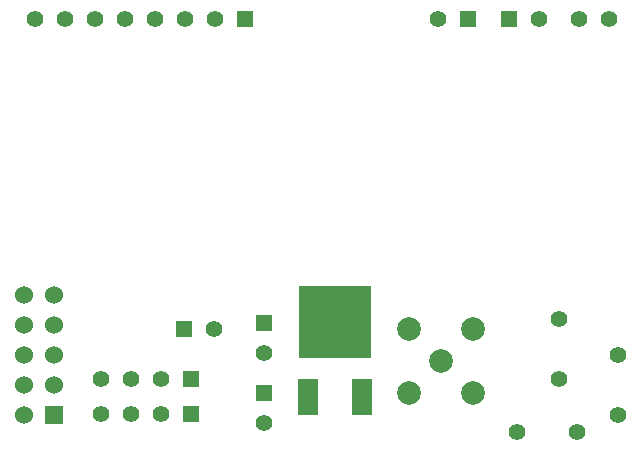
<source format=gbs>
G04 (created by PCBNEW (2013-may-18)-stable) date Mon 02 Feb 2015 06:47:34 PM EST*
%MOIN*%
G04 Gerber Fmt 3.4, Leading zero omitted, Abs format*
%FSLAX34Y34*%
G01*
G70*
G90*
G04 APERTURE LIST*
%ADD10C,0.00590551*%
%ADD11C,0.0787*%
%ADD12R,0.055X0.055*%
%ADD13C,0.055*%
%ADD14R,0.06X0.06*%
%ADD15C,0.06*%
%ADD16R,0.065X0.12*%
%ADD17R,0.24X0.24*%
G04 APERTURE END LIST*
G54D10*
G54D11*
X147637Y-94094D03*
X146574Y-93031D03*
X146574Y-95157D03*
X148700Y-95157D03*
X148700Y-93031D03*
G54D12*
X141098Y-82677D03*
G54D13*
X140098Y-82677D03*
X139098Y-82677D03*
X138098Y-82677D03*
X137098Y-82677D03*
X136098Y-82677D03*
X135098Y-82677D03*
X134098Y-82677D03*
G54D12*
X139295Y-94685D03*
G54D13*
X138295Y-94685D03*
X137295Y-94685D03*
X136295Y-94685D03*
G54D12*
X139295Y-95866D03*
G54D13*
X138295Y-95866D03*
X137295Y-95866D03*
X136295Y-95866D03*
G54D12*
X148531Y-82677D03*
G54D13*
X147531Y-82677D03*
G54D12*
X139066Y-93011D03*
G54D13*
X140066Y-93011D03*
G54D12*
X149893Y-82677D03*
G54D13*
X150893Y-82677D03*
G54D12*
X141732Y-92807D03*
G54D13*
X141732Y-93807D03*
G54D12*
X141732Y-95169D03*
G54D13*
X141732Y-96169D03*
G54D14*
X134751Y-95897D03*
G54D15*
X133751Y-95897D03*
X134751Y-94897D03*
X133751Y-94897D03*
X134751Y-93897D03*
X133751Y-93897D03*
X134751Y-92897D03*
X133751Y-92897D03*
X134751Y-91897D03*
X133751Y-91897D03*
G54D16*
X144994Y-95275D03*
G54D17*
X144094Y-92775D03*
G54D16*
X143194Y-95275D03*
G54D13*
X151574Y-92700D03*
X151574Y-94700D03*
X153543Y-93881D03*
X153543Y-95881D03*
X152181Y-96456D03*
X150181Y-96456D03*
X152255Y-82677D03*
X153255Y-82677D03*
M02*

</source>
